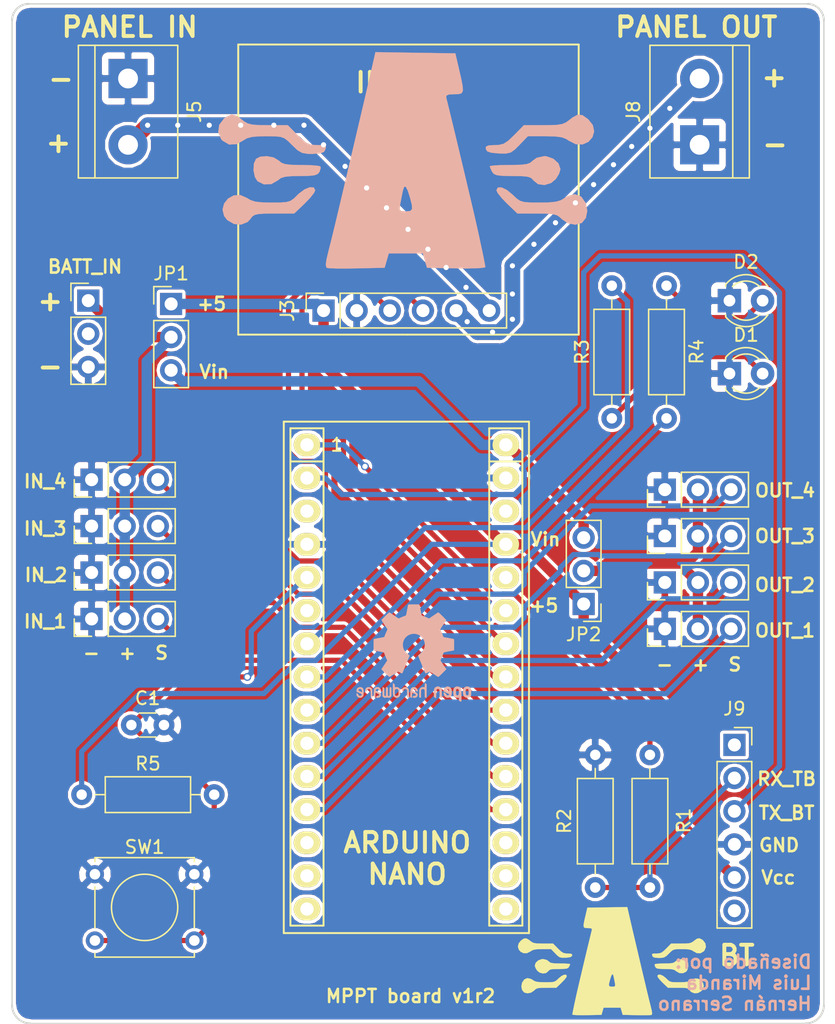
<source format=kicad_pcb>
(kicad_pcb (version 20171130) (host pcbnew "(5.0.0)")
  (title_block (date "jeu. 02 avril 2015"))
  (layers (0 F.Cu signal) (31 B.Cu signal) (34 B.Paste user) (35 F.Paste user) (36 B.SilkS user) (37 F.SilkS user) (38 B.Mask user) (39 F.Mask user) (44 Edge.Cuts user))
  (net 0 "")
  (net 1 GND)
  (net 2 +5V)
  (net 3 +3V3)
  (net 4 RX_BT)
  (net 5 TX_BT)
  (net 6 BTN_1)
  (net 7 LED_1)
  (net 8 LED_2)
  (net 9 PPM_OUT_4)
  (net 10 PPM_OUT_3)
  (net 11 PPM_OUT_2)
  (net 12 PPM_OUT_1)
  (net 13 "Net-(P1-Pad13)")
  (net 14 "Net-(P1-Pad14)")
  (net 15 "Net-(P1-Pad15)")
  (net 16 V_IN)
  (net 17 "Net-(P2-Pad5)")
  (net 18 "Net-(P2-Pad6)")
  (net 19 SCL)
  (net 20 SDA)
  (net 21 PPM_IN_4)
  (net 22 PPM_IN_3)
  (net 23 PPM_IN_2)
  (net 24 PPM_IN_1)
  (net 25 "Net-(P2-Pad13)")
  (net 26 "Net-(P2-Pad15)")
  (net 27 "Net-(D1-Pad2)")
  (net 28 "Net-(D2-Pad2)")
  (net 29 PWR_IN)
  (net 30 PANEL_IN)
  (net 31 PANEL_OUT)
  (net 32 "Net-(J9-Pad1)")
  (net 33 "Net-(J9-Pad2)")
  (net 34 "Net-(J9-Pad6)")
  (net 35 PWR_OUT)
  (net 36 "Net-(J4-Pad2)")
  (net 37 "Net-(P1-Pad6)")
  (net 38 "Net-(P1-Pad3)")
  (net 39 "Net-(P2-Pad3)")
  (module Socket_Arduino_Nano:Socket_Strip_Arduino_1x15 (layer F.Cu) (at 139.446 71.247 270)
    (fp_text reference P1)
    (fp_text value Conn_01x15_Female)
    (pad 1 thru_hole oval (at 0 0 270) (size 1.7272 2.032) (drill 1.016) (layers *.Cu *.Mask F.SilkS) (net 4 RX_BT))
    (pad 2 thru_hole oval (at 2.54 0 270) (size 1.7272 2.032) (drill 1.016) (layers *.Cu *.Mask F.SilkS) (net 5 TX_BT))
    (pad 3 thru_hole oval (at 5.08 0 270) (size 1.7272 2.032) (drill 1.016) (layers *.Cu *.Mask F.SilkS) (net 38 "Net-(P1-Pad3)"))
    (pad 4 thru_hole oval (at 7.62 0 270) (size 1.7272 2.032) (drill 1.016) (layers *.Cu *.Mask F.SilkS) (net 1 GND))
    (pad 5 thru_hole oval (at 10.16 0 270) (size 1.7272 2.032) (drill 1.016) (layers *.Cu *.Mask F.SilkS) (net 6 BTN_1))
    (pad 6 thru_hole oval (at 12.7 0 270) (size 1.7272 2.032) (drill 1.016) (layers *.Cu *.Mask F.SilkS) (net 37 "Net-(P1-Pad6)"))
    (pad 7 thru_hole oval (at 15.24 0 270) (size 1.7272 2.032) (drill 1.016) (layers *.Cu *.Mask F.SilkS) (net 7 LED_1))
    (pad 8 thru_hole oval (at 17.78 0 270) (size 1.7272 2.032) (drill 1.016) (layers *.Cu *.Mask F.SilkS) (net 8 LED_2))
    (pad 9 thru_hole oval (at 20.32 0 270) (size 1.7272 2.032) (drill 1.016) (layers *.Cu *.Mask F.SilkS) (net 9 PPM_OUT_4))
    (pad 10 thru_hole oval (at 22.86 0 270) (size 1.7272 2.032) (drill 1.016) (layers *.Cu *.Mask F.SilkS) (net 10 PPM_OUT_3))
    (pad 11 thru_hole oval (at 25.4 0 270) (size 1.7272 2.032) (drill 1.016) (layers *.Cu *.Mask F.SilkS) (net 11 PPM_OUT_2))
    (pad 12 thru_hole oval (at 27.94 0 270) (size 1.7272 2.032) (drill 1.016) (layers *.Cu *.Mask F.SilkS) (net 12 PPM_OUT_1))
    (pad 13 thru_hole oval (at 30.48 0 270) (size 1.7272 2.032) (drill 1.016) (layers *.Cu *.Mask F.SilkS) (net 13 "Net-(P1-Pad13)"))
    (pad 14 thru_hole oval (at 33.02 0 270) (size 1.7272 2.032) (drill 1.016) (layers *.Cu *.Mask F.SilkS) (net 14 "Net-(P1-Pad14)"))
    (pad 15 thru_hole oval (at 35.56 0 270) (size 1.7272 2.032) (drill 1.016) (layers *.Cu *.Mask F.SilkS) (net 15 "Net-(P1-Pad15)"))
  )
  (module Socket_Arduino_Nano:Socket_Strip_Arduino_1x15 (layer F.Cu) (at 154.686 71.247 270)
    (fp_text reference P2)
    (fp_text value Conn_01x15_Female)
    (pad 1 thru_hole oval (at 0 0 270) (size 1.7272 2.032) (drill 1.016) (layers *.Cu *.Mask F.SilkS) (net 16 V_IN))
    (pad 2 thru_hole oval (at 2.54 0 270) (size 1.7272 2.032) (drill 1.016) (layers *.Cu *.Mask F.SilkS) (net 1 GND))
    (pad 3 thru_hole oval (at 5.08 0 270) (size 1.7272 2.032) (drill 1.016) (layers *.Cu *.Mask F.SilkS) (net 39 "Net-(P2-Pad3)"))
    (pad 4 thru_hole oval (at 7.62 0 270) (size 1.7272 2.032) (drill 1.016) (layers *.Cu *.Mask F.SilkS) (net 2 +5V))
    (pad 5 thru_hole oval (at 10.16 0 270) (size 1.7272 2.032) (drill 1.016) (layers *.Cu *.Mask F.SilkS) (net 17 "Net-(P2-Pad5)"))
    (pad 6 thru_hole oval (at 12.7 0 270) (size 1.7272 2.032) (drill 1.016) (layers *.Cu *.Mask F.SilkS) (net 18 "Net-(P2-Pad6)"))
    (pad 7 thru_hole oval (at 15.24 0 270) (size 1.7272 2.032) (drill 1.016) (layers *.Cu *.Mask F.SilkS) (net 19 SCL))
    (pad 8 thru_hole oval (at 17.78 0 270) (size 1.7272 2.032) (drill 1.016) (layers *.Cu *.Mask F.SilkS) (net 20 SDA))
    (pad 9 thru_hole oval (at 20.32 0 270) (size 1.7272 2.032) (drill 1.016) (layers *.Cu *.Mask F.SilkS) (net 21 PPM_IN_4))
    (pad 10 thru_hole oval (at 22.86 0 270) (size 1.7272 2.032) (drill 1.016) (layers *.Cu *.Mask F.SilkS) (net 22 PPM_IN_3))
    (pad 11 thru_hole oval (at 25.4 0 270) (size 1.7272 2.032) (drill 1.016) (layers *.Cu *.Mask F.SilkS) (net 23 PPM_IN_2))
    (pad 12 thru_hole oval (at 27.94 0 270) (size 1.7272 2.032) (drill 1.016) (layers *.Cu *.Mask F.SilkS) (net 24 PPM_IN_1))
    (pad 13 thru_hole oval (at 30.48 0 270) (size 1.7272 2.032) (drill 1.016) (layers *.Cu *.Mask F.SilkS) (net 25 "Net-(P2-Pad13)"))
    (pad 14 thru_hole oval (at 33.02 0 270) (size 1.7272 2.032) (drill 1.016) (layers *.Cu *.Mask F.SilkS) (net 3 +3V3))
    (pad 15 thru_hole oval (at 35.56 0 270) (size 1.7272 2.032) (drill 1.016) (layers *.Cu *.Mask F.SilkS) (net 26 "Net-(P2-Pad15)"))
  )
  (module Capacitor_THT:C_Disc_D3.0mm_W1.6mm_P2.50mm (layer F.Cu) (at 125.984 92.71)
    (fp_text reference C1 (at 1.25 -2.05) (layer F.SilkS))
    (fp_text value 0.1uF)
    (pad 1 thru_hole circle (at 0 0) (size 1.6 1.6) (drill 0.8) (layers *.Cu *.Mask) (net 6 BTN_1))
    (pad 2 thru_hole circle (at 2.5 0) (size 1.6 1.6) (drill 0.8) (layers *.Cu *.Mask) (net 1 GND))
  )
  (module LED_THT:LED_D3.0mm (layer F.Cu) (at 171.831 65.786)
    (fp_text reference D1 (at 1.27 -2.96) (layer F.SilkS))
    (fp_text value LED)
    (pad 2 thru_hole circle (at 2.54 0) (size 1.8 1.8) (drill 0.9) (layers *.Cu *.Mask) (net 27 "Net-(D1-Pad2)"))
    (pad 1 thru_hole rect (at 0 0) (size 1.8 1.8) (drill 0.9) (layers *.Cu *.Mask) (net 1 GND))
  )
  (module LED_THT:LED_D3.0mm (layer F.Cu) (at 171.831 60.198)
    (fp_text reference D2 (at 1.27 -2.96) (layer F.SilkS))
    (fp_text value LED)
    (pad 1 thru_hole rect (at 0 0) (size 1.8 1.8) (drill 0.9) (layers *.Cu *.Mask) (net 1 GND))
    (pad 2 thru_hole circle (at 2.54 0) (size 1.8 1.8) (drill 0.9) (layers *.Cu *.Mask) (net 28 "Net-(D2-Pad2)"))
  )
  (module Connector_PinHeader_2.54mm:PinHeader_1x03_P2.54mm_Vertical (layer F.Cu) (at 122.936 84.582 90)
    (fp_text reference J1)
    (fp_text value Conn_01x03_Male)
    (pad 1 thru_hole rect (at 0 0 90) (size 1.7 1.7) (drill 1) (layers *.Cu *.Mask) (net 1 GND))
    (pad 2 thru_hole oval (at 0 2.54 90) (size 1.7 1.7) (drill 1) (layers *.Cu *.Mask) (net 29 PWR_IN))
    (pad 3 thru_hole oval (at 0 5.08 90) (size 1.7 1.7) (drill 1) (layers *.Cu *.Mask) (net 24 PPM_IN_1))
  )
  (module Connector_PinHeader_2.54mm:PinHeader_1x03_P2.54mm_Vertical (layer F.Cu) (at 122.936 77.47 90)
    (fp_text reference J2)
    (fp_text value Conn_01x03_Male)
    (pad 1 thru_hole rect (at 0 0 90) (size 1.7 1.7) (drill 1) (layers *.Cu *.Mask) (net 1 GND))
    (pad 2 thru_hole oval (at 0 2.54 90) (size 1.7 1.7) (drill 1) (layers *.Cu *.Mask) (net 29 PWR_IN))
    (pad 3 thru_hole oval (at 0 5.08 90) (size 1.7 1.7) (drill 1) (layers *.Cu *.Mask) (net 22 PPM_IN_3))
  )
  (module Connector_PinSocket_2.54mm:PinSocket_1x06_P2.54mm_Vertical (layer F.Cu) (at 140.716 60.96 90)
    (fp_text reference J3 (at 0 -2.77 90) (layer F.SilkS))
    (fp_text value Conn_01x06_Female)
    (pad 6 thru_hole oval (at 0 12.7 90) (size 1.7 1.7) (drill 1) (layers *.Cu *.Mask) (net 30 PANEL_IN))
    (pad 5 thru_hole oval (at 0 10.16 90) (size 1.7 1.7) (drill 1) (layers *.Cu *.Mask) (net 31 PANEL_OUT))
    (pad 4 thru_hole oval (at 0 7.62 90) (size 1.7 1.7) (drill 1) (layers *.Cu *.Mask) (net 20 SDA))
    (pad 3 thru_hole oval (at 0 5.08 90) (size 1.7 1.7) (drill 1) (layers *.Cu *.Mask) (net 19 SCL))
    (pad 2 thru_hole oval (at 0 2.54 90) (size 1.7 1.7) (drill 1) (layers *.Cu *.Mask) (net 1 GND))
    (pad 1 thru_hole rect (at 0 0 90) (size 1.7 1.7) (drill 1) (layers *.Cu *.Mask) (net 2 +5V))
  )
  (module TerminalBlock:TerminalBlock_bornier-2_P5.08mm (layer F.Cu) (at 125.73 43.18 270)
    (fp_text reference J5 (at 2.54 -5.08 270) (layer F.SilkS))
    (fp_text value Screw_Terminal_01x02)
    (pad 2 thru_hole circle (at 5.08 0 270) (size 3 3) (drill 1.52) (layers *.Cu *.Mask) (net 30 PANEL_IN))
    (pad 1 thru_hole rect (at 0 0 270) (size 3 3) (drill 1.52) (layers *.Cu *.Mask) (net 1 GND))
  )
  (module Connector_PinHeader_2.54mm:PinHeader_1x03_P2.54mm_Vertical (layer F.Cu) (at 122.936 81.026 90)
    (fp_text reference J6)
    (fp_text value Conn_01x03_Male)
    (pad 3 thru_hole oval (at 0 5.08 90) (size 1.7 1.7) (drill 1) (layers *.Cu *.Mask) (net 23 PPM_IN_2))
    (pad 2 thru_hole oval (at 0 2.54 90) (size 1.7 1.7) (drill 1) (layers *.Cu *.Mask) (net 29 PWR_IN))
    (pad 1 thru_hole rect (at 0 0 90) (size 1.7 1.7) (drill 1) (layers *.Cu *.Mask) (net 1 GND))
  )
  (module Connector_PinHeader_2.54mm:PinHeader_1x03_P2.54mm_Vertical (layer F.Cu) (at 122.936 73.914 90)
    (fp_text reference J7)
    (fp_text value Conn_01x03_Male)
    (pad 1 thru_hole rect (at 0 0 90) (size 1.7 1.7) (drill 1) (layers *.Cu *.Mask) (net 1 GND))
    (pad 2 thru_hole oval (at 0 2.54 90) (size 1.7 1.7) (drill 1) (layers *.Cu *.Mask) (net 29 PWR_IN))
    (pad 3 thru_hole oval (at 0 5.08 90) (size 1.7 1.7) (drill 1) (layers *.Cu *.Mask) (net 21 PPM_IN_4))
  )
  (module TerminalBlock:TerminalBlock_bornier-2_P5.08mm (layer F.Cu) (at 169.545 48.26 90)
    (fp_text reference J8 (at 2.54 -5.08 90) (layer F.SilkS))
    (fp_text value Screw_Terminal_01x02)
    (pad 1 thru_hole rect (at 0 0 90) (size 3 3) (drill 1.52) (layers *.Cu *.Mask) (net 1 GND))
    (pad 2 thru_hole circle (at 5.08 0 90) (size 3 3) (drill 1.52) (layers *.Cu *.Mask) (net 31 PANEL_OUT))
  )
  (module Connector_PinSocket_2.54mm:PinSocket_1x06_P2.54mm_Vertical (layer F.Cu) (at 172.212 94.234)
    (fp_text reference J9 (at 0 -2.77) (layer F.SilkS))
    (fp_text value Conn_01x06_Female)
    (pad 1 thru_hole rect (at 0 0) (size 1.7 1.7) (drill 1) (layers *.Cu *.Mask) (net 32 "Net-(J9-Pad1)"))
    (pad 2 thru_hole oval (at 0 2.54) (size 1.7 1.7) (drill 1) (layers *.Cu *.Mask) (net 33 "Net-(J9-Pad2)"))
    (pad 3 thru_hole oval (at 0 5.08) (size 1.7 1.7) (drill 1) (layers *.Cu *.Mask) (net 5 TX_BT))
    (pad 4 thru_hole oval (at 0 7.62) (size 1.7 1.7) (drill 1) (layers *.Cu *.Mask) (net 1 GND))
    (pad 5 thru_hole oval (at 0 10.16) (size 1.7 1.7) (drill 1) (layers *.Cu *.Mask) (net 2 +5V))
    (pad 6 thru_hole oval (at 0 12.7) (size 1.7 1.7) (drill 1) (layers *.Cu *.Mask) (net 34 "Net-(J9-Pad6)"))
  )
  (module Connector_PinHeader_2.54mm:PinHeader_1x03_P2.54mm_Vertical (layer F.Cu) (at 166.878 85.344 90)
    (fp_text reference J10)
    (fp_text value Conn_01x03_Male)
    (pad 3 thru_hole oval (at 0 5.08 90) (size 1.7 1.7) (drill 1) (layers *.Cu *.Mask) (net 12 PPM_OUT_1))
    (pad 2 thru_hole oval (at 0 2.54 90) (size 1.7 1.7) (drill 1) (layers *.Cu *.Mask) (net 35 PWR_OUT))
    (pad 1 thru_hole rect (at 0 0 90) (size 1.7 1.7) (drill 1) (layers *.Cu *.Mask) (net 1 GND))
  )
  (module Connector_PinHeader_2.54mm:PinHeader_1x03_P2.54mm_Vertical (layer F.Cu) (at 166.878 78.232 90)
    (fp_text reference J11)
    (fp_text value Conn_01x03_Male)
    (pad 1 thru_hole rect (at 0 0 90) (size 1.7 1.7) (drill 1) (layers *.Cu *.Mask) (net 1 GND))
    (pad 2 thru_hole oval (at 0 2.54 90) (size 1.7 1.7) (drill 1) (layers *.Cu *.Mask) (net 35 PWR_OUT))
    (pad 3 thru_hole oval (at 0 5.08 90) (size 1.7 1.7) (drill 1) (layers *.Cu *.Mask) (net 10 PPM_OUT_3))
  )
  (module Connector_PinHeader_2.54mm:PinHeader_1x03_P2.54mm_Vertical (layer F.Cu) (at 166.878 74.676 90)
    (fp_text reference J12)
    (fp_text value Conn_01x03_Male)
    (pad 1 thru_hole rect (at 0 0 90) (size 1.7 1.7) (drill 1) (layers *.Cu *.Mask) (net 1 GND))
    (pad 2 thru_hole oval (at 0 2.54 90) (size 1.7 1.7) (drill 1) (layers *.Cu *.Mask) (net 35 PWR_OUT))
    (pad 3 thru_hole oval (at 0 5.08 90) (size 1.7 1.7) (drill 1) (layers *.Cu *.Mask) (net 9 PPM_OUT_4))
  )
  (module Connector_PinHeader_2.54mm:PinHeader_1x03_P2.54mm_Vertical (layer F.Cu) (at 166.878 81.788 90)
    (fp_text reference J13)
    (fp_text value Conn_01x03_Male)
    (pad 3 thru_hole oval (at 0 5.08 90) (size 1.7 1.7) (drill 1) (layers *.Cu *.Mask) (net 11 PPM_OUT_2))
    (pad 2 thru_hole oval (at 0 2.54 90) (size 1.7 1.7) (drill 1) (layers *.Cu *.Mask) (net 35 PWR_OUT))
    (pad 1 thru_hole rect (at 0 0 90) (size 1.7 1.7) (drill 1) (layers *.Cu *.Mask) (net 1 GND))
  )
  (module Connector_PinHeader_2.54mm:PinHeader_1x03_P2.54mm_Vertical (layer F.Cu) (at 129.032 60.452)
    (fp_text reference JP1 (at 0 -2.33) (layer F.SilkS))
    (fp_text value Jumper_3_Open)
    (pad 3 thru_hole oval (at 0 5.08) (size 1.7 1.7) (drill 1) (layers *.Cu *.Mask) (net 16 V_IN))
    (pad 2 thru_hole oval (at 0 2.54) (size 1.7 1.7) (drill 1) (layers *.Cu *.Mask) (net 29 PWR_IN))
    (pad 1 thru_hole rect (at 0 0) (size 1.7 1.7) (drill 1) (layers *.Cu *.Mask) (net 2 +5V))
  )
  (module Resistor_THT:R_Axial_DIN0207_L6.3mm_D2.5mm_P10.16mm_Horizontal (layer F.Cu) (at 165.735 105.156 90)
    (fp_text reference R1 (at 5.1308 2.5908 90) (layer F.SilkS))
    (fp_text value 1K)
    (pad 2 thru_hole oval (at 10.16 0 90) (size 1.6 1.6) (drill 0.8) (layers *.Cu *.Mask) (net 4 RX_BT))
    (pad 1 thru_hole circle (at 0 0 90) (size 1.6 1.6) (drill 0.8) (layers *.Cu *.Mask) (net 33 "Net-(J9-Pad2)"))
  )
  (module Resistor_THT:R_Axial_DIN0207_L6.3mm_D2.5mm_P10.16mm_Horizontal (layer F.Cu) (at 161.544 105.156 90)
    (fp_text reference R2 (at 5.08 -2.37 90) (layer F.SilkS))
    (fp_text value 2K)
    (pad 1 thru_hole circle (at 0 0 90) (size 1.6 1.6) (drill 0.8) (layers *.Cu *.Mask) (net 33 "Net-(J9-Pad2)"))
    (pad 2 thru_hole oval (at 10.16 0 90) (size 1.6 1.6) (drill 0.8) (layers *.Cu *.Mask) (net 1 GND))
  )
  (module Resistor_THT:R_Axial_DIN0207_L6.3mm_D2.5mm_P10.16mm_Horizontal (layer F.Cu) (at 162.814 59.055 270)
    (fp_text reference R3 (at 5.08 2.286 270) (layer F.SilkS))
    (fp_text value 1K)
    (pad 2 thru_hole oval (at 10.16 0 270) (size 1.6 1.6) (drill 0.8) (layers *.Cu *.Mask) (net 27 "Net-(D1-Pad2)"))
    (pad 1 thru_hole circle (at 0 0 270) (size 1.6 1.6) (drill 0.8) (layers *.Cu *.Mask) (net 7 LED_1))
  )
  (module Resistor_THT:R_Axial_DIN0207_L6.3mm_D2.5mm_P10.16mm_Horizontal (layer F.Cu) (at 167.005 69.215 90)
    (fp_text reference R4 (at 5.1054 2.3114 90) (layer F.SilkS))
    (fp_text value 1K)
    (pad 1 thru_hole circle (at 0 0 90) (size 1.6 1.6) (drill 0.8) (layers *.Cu *.Mask) (net 8 LED_2))
    (pad 2 thru_hole oval (at 10.16 0 90) (size 1.6 1.6) (drill 0.8) (layers *.Cu *.Mask) (net 28 "Net-(D2-Pad2)"))
  )
  (module Resistor_THT:R_Axial_DIN0207_L6.3mm_D2.5mm_P10.16mm_Horizontal (layer F.Cu) (at 122.174 98.044)
    (fp_text reference R5 (at 5.08 -2.37) (layer F.SilkS))
    (fp_text value 10K)
    (pad 2 thru_hole oval (at 10.16 0) (size 1.6 1.6) (drill 0.8) (layers *.Cu *.Mask) (net 6 BTN_1))
    (pad 1 thru_hole circle (at 0 0) (size 1.6 1.6) (drill 0.8) (layers *.Cu *.Mask) (net 2 +5V))
  )
  (module Button_Switch_THT:SW_Tactile_Straight_KSA0Axx1LFTR (layer F.Cu) (at 123.19 104.14)
    (fp_text reference SW1 (at 3.81 -2.08) (layer F.SilkS))
    (fp_text value SW_Push)
    (pad 1 thru_hole circle (at 7.62 0) (size 1.397 1.397) (drill 0.8128) (layers *.Cu *.Mask) (net 1 GND))
    (pad 2 thru_hole circle (at 7.62 5.08) (size 1.397 1.397) (drill 0.8128) (layers *.Cu *.Mask) (net 6 BTN_1))
    (pad 1 thru_hole circle (at 0 0) (size 1.397 1.397) (drill 0.8128) (layers *.Cu *.Mask) (net 1 GND))
    (pad 2 thru_hole circle (at 0 5.08) (size 1.397 1.397) (drill 0.8128) (layers *.Cu *.Mask) (net 6 BTN_1))
  )
  (module Connector_PinHeader_2.54mm:PinHeader_1x03_P2.54mm_Vertical (layer F.Cu) (at 122.682 60.198)
    (fp_text reference J4)
    (fp_text value Conn_01x03_Male)
    (pad 1 thru_hole rect (at 0 0) (size 1.7 1.7) (drill 1) (layers *.Cu *.Mask) (net 29 PWR_IN))
    (pad 2 thru_hole oval (at 0 2.54) (size 1.7 1.7) (drill 1) (layers *.Cu *.Mask) (net 36 "Net-(J4-Pad2)"))
    (pad 3 thru_hole oval (at 0 5.08) (size 1.7 1.7) (drill 1) (layers *.Cu *.Mask) (net 1 GND))
  )
  (module Connector_PinHeader_2.54mm:PinHeader_1x03_P2.54mm_Vertical (layer F.Cu) (at 160.655 83.439 180)
    (fp_text reference JP2 (at 0 -2.33 180) (layer F.SilkS))
    (fp_text value Jumper_3_Open)
    (pad 1 thru_hole rect (at 0 0 180) (size 1.7 1.7) (drill 1) (layers *.Cu *.Mask) (net 2 +5V))
    (pad 2 thru_hole oval (at 0 2.54 180) (size 1.7 1.7) (drill 1) (layers *.Cu *.Mask) (net 35 PWR_OUT))
    (pad 3 thru_hole oval (at 0 5.08 180) (size 1.7 1.7) (drill 1) (layers *.Cu *.Mask) (net 16 V_IN))
  )
  (module Symbol:OSHW-Logo2_9.8x8mm_SilkScreen (layer B.Cu) (at 147.6375 87.1855 180)
    (fp_text reference REF** hide)
    (fp_text value OSHW-Logo2_9.8x8mm_SilkScreen hide)
  )
  (module "Logos:AI 17x10mm" (layer F.Cu) (at 163.2585 110.8075)
    (fp_text reference G*** hide)
    (fp_text value LOGO hide)
  )
  (module "Logos:AI 34x20mm" (layer B.Cu) (at 146.177 49.4665 180)
    (fp_text reference G*** hide)
    (fp_text value LOGO hide)
  )
  (gr_text - (at 175.3235 48.1965) (layer F.SilkS) (effects (font (size 1.5 1.5) (thickness 0.3))))
  (gr_text + (at 175.26 43.053) (layer F.SilkS) (effects (font (size 1.5 1.5) (thickness 0.3))))
  (gr_line (start 118.11 37.465) (end 177.8 37.465) (layer Edge.Cuts) (width 0.1))
  (gr_line (start 116.84 114.173) (end 116.84 38.735) (layer Edge.Cuts) (width 0.1))
  (gr_line (start 177.673 115.57) (end 118.237 115.57) (layer Edge.Cuts) (width 0.1))
  (gr_line (start 179.07 114.173) (end 179.07 38.735) (layer Edge.Cuts) (width 0.1))
  (gr_arc (start 177.673 114.173) (end 177.673 115.57) (angle -90) (layer Edge.Cuts) (width 0.15))
  (gr_arc (start 118.237 114.173) (end 116.84 114.173) (angle -90) (layer Edge.Cuts) (width 0.15))
  (gr_arc (start 177.8 38.735) (end 179.07 38.735) (angle -90) (layer Edge.Cuts) (width 0.15))
  (gr_arc (start 118.11 38.735) (end 118.11 37.465) (angle -90) (layer Edge.Cuts) (width 0.15))
  (gr_text "Diseñado por:\nLuis Miranda\nHernán Serrano" (at 178.2445 112.4585) (layer B.SilkS) (effects (font (size 1 1) (thickness 0.2)) (justify left mirror)))
  (gr_text "MPPT board v1r2" (at 147.3835 113.4745) (layer F.SilkS) (effects (font (size 1 1) (thickness 0.2))))
  (gr_text "ARDUINO\nNANO" (at 147.1295 102.9335) (layer F.SilkS) (effects (font (size 1.5 1.5) (thickness 0.3))))
  (gr_line (start 137.668 108.6485) (end 137.668 69.469) (layer F.SilkS) (width 0.15))
  (gr_line (start 156.464 108.6485) (end 137.668 108.6485) (layer F.SilkS) (width 0.15))
  (gr_line (start 156.464 69.469) (end 156.464 108.6485) (layer F.SilkS) (width 0.15))
  (gr_line (start 137.668 69.469) (end 156.464 69.469) (layer F.SilkS) (width 0.15))
  (gr_text +5 (at 157.607 83.566) (layer F.SilkS) (effects (font (size 1 1) (thickness 0.2))))
  (gr_text Vin (at 157.734 78.486) (layer F.SilkS) (effects (font (size 1 1) (thickness 0.2))))
  (gr_text Vin (at 132.334 65.659) (layer F.SilkS) (effects (font (size 1 1) (thickness 0.2))))
  (gr_text +5 (at 132.1435 60.452) (layer F.SilkS) (effects (font (size 1 1) (thickness 0.2))))
  (gr_text - (at 119.761 65.2145) (layer F.SilkS) (effects (font (size 1.5 1.5) (thickness 0.3))))
  (gr_text + (at 119.761 60.198) (layer F.SilkS) (effects (font (size 1.5 1.5) (thickness 0.3))))
  (gr_text BATT_IN (at 122.428 57.5945) (layer F.SilkS) (effects (font (size 1 1) (thickness 0.2))))
  (gr_text RX_TB (at 176.2125 96.8375) (layer F.SilkS) (effects (font (size 1 1) (thickness 0.2))))
  (gr_text TX_BT (at 176.2125 99.441) (layer F.SilkS) (effects (font (size 1 1) (thickness 0.2))))
  (gr_text GND (at 175.641 101.9175) (layer F.SilkS) (effects (font (size 1 1) (thickness 0.2))))
  (gr_text Vcc (at 175.5775 104.394) (layer F.SilkS) (effects (font (size 1 1) (thickness 0.2))))
  (gr_text BT (at 172.4025 110.363) (layer F.SilkS) (effects (font (size 1.5 1.5) (thickness 0.3))))
  (gr_text OUT_1 (at 176.0855 85.471) (layer F.SilkS) (effects (font (size 1 1) (thickness 0.2))))
  (gr_text OUT_2 (at 176.0855 81.9785) (layer F.SilkS) (effects (font (size 1 1) (thickness 0.2))))
  (gr_text OUT_3 (at 176.0855 78.232) (layer F.SilkS) (effects (font (size 1 1) (thickness 0.2))))
  (gr_text OUT_4 (at 176.0855 74.7395) (layer F.SilkS) (effects (font (size 1 1) (thickness 0.2))))
  (gr_text "-  +  S" (at 169.4815 88.0745) (layer F.SilkS) (effects (font (size 1 1) (thickness 0.2))))
  (gr_text "-  +  S" (at 125.5395 87.1855) (layer F.SilkS) (effects (font (size 1 1) (thickness 0.2))))
  (gr_text IN_4 (at 119.38 74.041) (layer F.SilkS) (effects (font (size 1 1) (thickness 0.2))))
  (gr_text IN_3 (at 119.38 77.6605) (layer F.SilkS) (effects (font (size 1 1) (thickness 0.2))))
  (gr_text IN_2 (at 119.4435 81.2165) (layer F.SilkS) (effects (font (size 1 1) (thickness 0.2))))
  (gr_text IN_1 (at 119.38 84.7725) (layer F.SilkS) (effects (font (size 1 1) (thickness 0.2))))
  (gr_text - (at 120.5865 43.18) (layer F.SilkS) (effects (font (size 1.5 1.5) (thickness 0.3))))
  (gr_text + (at 120.396 48.0695) (layer F.SilkS) (effects (font (size 1.5 1.5) (thickness 0.3))))
  (gr_text "PANEL OUT" (at 169.291 39.243) (layer F.SilkS) (effects (font (size 1.5 1.5) (thickness 0.3))))
  (gr_text "PANEL IN" (at 125.857 39.243) (layer F.SilkS) (effects (font (size 1.5 1.5) (thickness 0.3))))
  (gr_text INA219 (at 147.1295 43.4975) (layer F.SilkS) (effects (font (size 1.5 1.5) (thickness 0.3))))
  (gr_line (start 160.274 62.8015) (end 147.1295 62.8015) (layer F.SilkS) (width 0.15))
  (gr_line (start 160.274 40.5765) (end 160.274 62.8015) (layer F.SilkS) (width 0.15))
  (gr_line (start 134.1755 40.5765) (end 160.274 40.5765) (layer F.SilkS) (width 0.15))
  (gr_line (start 134.1755 62.8015) (end 134.1755 40.5765) (layer F.SilkS) (width 0.15))
  (gr_line (start 147.1295 62.8015) (end 134.1755 62.8015) (layer F.SilkS) (width 0.15))
  (gr_text 1 (at 141.732 71.247) (layer F.SilkS) (effects (font (size 1 1))))
  (segment (start 140.208 60.452) (end 140.716 60.96) (width 0.8) (layer F.Cu) (net 2))
  (segment (start 154.5336 78.867) (end 154.686 78.867) (width 0.8) (layer F.Cu) (net 2))
  (segment (start 140.716 65.0494) (end 154.5336 78.867) (width 0.8) (layer F.Cu) (net 2))
  (segment (start 140.716 60.96) (end 140.716 65.0494) (width 0.8) (layer F.Cu) (net 2))
  (segment (start 122.174 96.91263) (end 122.174 98.044) (width 0.4) (layer B.Cu) (net 2))
  (segment (start 122.174 94.743998) (end 122.174 96.91263) (width 0.4) (layer B.Cu) (net 2))
  (segment (start 126.620998 90.297) (end 122.174 94.743998) (width 0.4) (layer B.Cu) (net 2))
  (segment (start 136.144 90.297) (end 126.620998 90.297) (width 0.4) (layer B.Cu) (net 2))
  (segment (start 149.018194 78.867) (end 140.121804 87.76339) (width 0.4) (layer B.Cu) (net 2))
  (segment (start 154.686 78.867) (end 149.018194 78.867) (width 0.4) (layer B.Cu) (net 2))
  (segment (start 140.121804 87.76339) (end 138.770196 87.76339) (width 0.4) (layer B.Cu) (net 2))
  (segment (start 137.760586 88.773) (end 137.668 88.773) (width 0.4) (layer B.Cu) (net 2))
  (segment (start 138.770196 87.76339) (end 137.760586 88.773) (width 0.4) (layer B.Cu) (net 2))
  (segment (start 137.668 88.773) (end 136.144 90.297) (width 0.4) (layer B.Cu) (net 2))
  (segment (start 140.208 60.452) (end 140.716 60.96) (width 0.8) (layer B.Cu) (net 2))
  (segment (start 129.032 60.452) (end 140.208 60.452) (width 0.8) (layer B.Cu) (net 2))
  (segment (start 156.083 78.867) (end 160.655 83.439) (width 0.8) (layer F.Cu) (net 2))
  (segment (start 154.686 78.867) (end 156.083 78.867) (width 0.8) (layer F.Cu) (net 2))
  (segment (start 160.655 85.089) (end 168.349999 92.783999) (width 0.8) (layer F.Cu) (net 2))
  (segment (start 160.655 83.439) (end 160.655 85.089) (width 0.8) (layer F.Cu) (net 2))
  (segment (start 168.349999 100.531999) (end 172.212 104.394) (width 0.8) (layer F.Cu) (net 2))
  (segment (start 168.349999 92.783999) (end 168.349999 100.531999) (width 0.8) (layer F.Cu) (net 2))
  (via (at 143.891 72.898) (size 0.6) (drill 0.4) (layers F.Cu B.Cu) (net 4))
  (segment (start 153.67639 82.68339) (end 143.891 72.898) (width 0.4) (layer F.Cu) (net 4))
  (segment (start 155.361804 82.68339) (end 153.67639 82.68339) (width 0.4) (layer F.Cu) (net 4))
  (segment (start 165.735 94.996) (end 165.735 93.056586) (width 0.4) (layer F.Cu) (net 4))
  (segment (start 165.735 93.056586) (end 155.361804 82.68339) (width 0.4) (layer F.Cu) (net 4))
  (segment (start 142.24 71.247) (end 139.446 71.247) (width 0.4) (layer B.Cu) (net 4))
  (segment (start 143.891 72.898) (end 142.24 71.247) (width 0.4) (layer B.Cu) (net 4))
  (segment (start 173.061999 98.464001) (end 172.212 99.314) (width 0.4) (layer B.Cu) (net 5))
  (segment (start 154.010196 75.05061) (end 155.361804 75.05061) (width 0.4) (layer B.Cu) (net 5))
  (segment (start 160.655 68.326) (end 160.655 58.039) (width 0.4) (layer B.Cu) (net 5))
  (segment (start 153.970293 75.010707) (end 154.010196 75.05061) (width 0.4) (layer B.Cu) (net 5))
  (segment (start 155.909707 73.071293) (end 160.655 68.326) (width 0.4) (layer B.Cu) (net 5))
  (segment (start 153.93039 75.05061) (end 153.970293 75.010707) (width 0.4) (layer B.Cu) (net 5))
  (segment (start 175.671001 95.854999) (end 173.061999 98.464001) (width 0.4) (layer B.Cu) (net 5))
  (segment (start 142.12561 75.05061) (end 153.93039 75.05061) (width 0.4) (layer B.Cu) (net 5))
  (segment (start 161.925 56.769) (end 172.866002 56.769) (width 0.4) (layer B.Cu) (net 5))
  (segment (start 140.862 73.787) (end 142.12561 75.05061) (width 0.4) (layer B.Cu) (net 5))
  (segment (start 175.671001 59.573999) (end 175.671001 95.854999) (width 0.4) (layer B.Cu) (net 5))
  (segment (start 155.361804 75.05061) (end 156.10201 74.310404) (width 0.4) (layer B.Cu) (net 5))
  (segment (start 156.10201 73.263596) (end 155.909707 73.071293) (width 0.4) (layer B.Cu) (net 5))
  (segment (start 156.10201 74.310404) (end 156.10201 73.263596) (width 0.4) (layer B.Cu) (net 5))
  (segment (start 160.655 58.039) (end 161.925 56.769) (width 0.4) (layer B.Cu) (net 5))
  (segment (start 139.446 73.787) (end 140.862 73.787) (width 0.4) (layer B.Cu) (net 5))
  (segment (start 172.866002 56.769) (end 175.671001 59.573999) (width 0.4) (layer B.Cu) (net 5))
  (segment (start 126.783999 93.509999) (end 125.984 92.71) (width 0.4) (layer F.Cu) (net 6))
  (segment (start 130.518001 97.244001) (end 126.783999 93.509999) (width 0.4) (layer F.Cu) (net 6))
  (segment (start 131.534001 97.244001) (end 130.518001 97.244001) (width 0.4) (layer F.Cu) (net 6))
  (segment (start 132.334 98.044) (end 131.534001 97.244001) (width 0.4) (layer F.Cu) (net 6))
  (via (at 134.874 89.027) (size 0.6) (drill 0.4) (layers F.Cu B.Cu) (net 6))
  (segment (start 125.984 92.71) (end 129.667 89.027) (width 0.4) (layer F.Cu) (net 6))
  (segment (start 129.667 89.027) (end 134.874 89.027) (width 0.4) (layer F.Cu) (net 6))
  (segment (start 139.2936 81.407) (end 139.446 81.407) (width 0.4) (layer B.Cu) (net 6))
  (segment (start 135.173999 85.526601) (end 139.2936 81.407) (width 0.4) (layer B.Cu) (net 6))
  (segment (start 135.173999 88.727001) (end 135.173999 85.526601) (width 0.4) (layer B.Cu) (net 6))
  (segment (start 134.874 89.027) (end 135.173999 88.727001) (width 0.4) (layer B.Cu) (net 6))
  (segment (start 123.19 109.22) (end 130.81 109.22) (width 0.4) (layer F.Cu) (net 6))
  (segment (start 132.334 107.696) (end 130.81 109.22) (width 0.4) (layer F.Cu) (net 6))
  (segment (start 132.334 98.044) (end 132.334 107.696) (width 0.4) (layer F.Cu) (net 6))
  (segment (start 163.613999 59.854999) (end 162.814 59.055) (width 0.4) (layer B.Cu) (net 7))
  (segment (start 164.014001 60.255001) (end 163.613999 59.854999) (width 0.4) (layer B.Cu) (net 7))
  (segment (start 156.214392 77.59061) (end 164.014001 69.791001) (width 0.4) (layer B.Cu) (net 7))
  (segment (start 148.49479 77.59061) (end 156.214392 77.59061) (width 0.4) (layer B.Cu) (net 7))
  (segment (start 139.5984 86.487) (end 148.49479 77.59061) (width 0.4) (layer B.Cu) (net 7))
  (segment (start 164.014001 69.791001) (end 164.014001 60.255001) (width 0.4) (layer B.Cu) (net 7))
  (segment (start 139.446 86.487) (end 139.5984 86.487) (width 0.4) (layer B.Cu) (net 7))
  (segment (start 166.205001 70.014999) (end 167.005 69.215) (width 0.4) (layer B.Cu) (net 8))
  (segment (start 156.08939 80.13061) (end 166.205001 70.014999) (width 0.4) (layer B.Cu) (net 8))
  (segment (start 149.75839 80.13061) (end 156.08939 80.13061) (width 0.4) (layer B.Cu) (net 8))
  (segment (start 140.862 89.027) (end 149.75839 80.13061) (width 0.4) (layer B.Cu) (net 8))
  (segment (start 139.446 89.027) (end 140.862 89.027) (width 0.4) (layer B.Cu) (net 8))
  (segment (start 170.707999 75.926001) (end 171.958 74.676) (width 0.4) (layer B.Cu) (net 9))
  (segment (start 161.182999 75.926001) (end 170.707999 75.926001) (width 0.4) (layer B.Cu) (net 9))
  (segment (start 156.10201 81.930404) (end 156.10201 81.00699) (width 0.4) (layer B.Cu) (net 9))
  (segment (start 140.589 91.567) (end 149.47261 82.68339) (width 0.4) (layer B.Cu) (net 9))
  (segment (start 139.446 91.567) (end 140.589 91.567) (width 0.4) (layer B.Cu) (net 9))
  (segment (start 149.47261 82.68339) (end 154.42561 82.68339) (width 0.4) (layer B.Cu) (net 9))
  (segment (start 154.42561 82.68339) (end 154.43839 82.67061) (width 0.4) (layer B.Cu) (net 9))
  (segment (start 154.43839 82.67061) (end 155.361804 82.67061) (width 0.4) (layer B.Cu) (net 9))
  (segment (start 156.10201 81.00699) (end 161.182999 75.926001) (width 0.4) (layer B.Cu) (net 9))
  (segment (start 155.361804 82.67061) (end 156.10201 81.930404) (width 0.4) (layer B.Cu) (net 9))
  (segment (start 170.434 79.756) (end 171.958 78.232) (width 0.4) (layer B.Cu) (net 10))
  (segment (start 161.925 79.756) (end 170.434 79.756) (width 0.4) (layer B.Cu) (net 10))
  (segment (start 161.817999 79.648999) (end 161.925 79.756) (width 0.4) (layer B.Cu) (net 10))
  (segment (start 158.877 80.899) (end 158.877 80.645) (width 0.4) (layer B.Cu) (net 10))
  (segment (start 140.589 94.107) (end 149.47261 85.22339) (width 0.4) (layer B.Cu) (net 10))
  (segment (start 159.873001 79.648999) (end 161.817999 79.648999) (width 0.4) (layer B.Cu) (net 10))
  (segment (start 156.10201 83.67399) (end 158.877 80.899) (width 0.4) (layer B.Cu) (net 10))
  (segment (start 139.446 94.107) (end 140.589 94.107) (width 0.4) (layer B.Cu) (net 10))
  (segment (start 149.47261 85.22339) (end 154.55261 85.22339) (width 0.4) (layer B.Cu) (net 10))
  (segment (start 154.55261 85.22339) (end 154.56539 85.21061) (width 0.4) (layer B.Cu) (net 10))
  (segment (start 158.877 80.645) (end 159.873001 79.648999) (width 0.4) (layer B.Cu) (net 10))
  (segment (start 154.56539 85.21061) (end 155.361804 85.21061) (width 0.4) (layer B.Cu) (net 10))
  (segment (start 156.10201 84.470404) (end 156.10201 83.67399) (width 0.4) (layer B.Cu) (net 10))
  (segment (start 155.361804 85.21061) (end 156.10201 84.470404) (width 0.4) (layer B.Cu) (net 10))
  (segment (start 171.108001 82.637999) (end 171.958 81.788) (width 0.4) (layer B.Cu) (net 11))
  (segment (start 139.446 96.647) (end 140.589 96.647) (width 0.4) (layer B.Cu) (net 11))
  (segment (start 140.589 96.647) (end 149.47261 87.76339) (width 0.4) (layer B.Cu) (net 11))
  (segment (start 149.47261 87.76339) (end 162.038608 87.76339) (width 0.4) (layer B.Cu) (net 11))
  (segment (start 162.038608 87.76339) (end 166.763997 83.038001) (width 0.4) (layer B.Cu) (net 11))
  (segment (start 166.763997 83.038001) (end 170.707999 83.038001) (width 0.4) (layer B.Cu) (net 11))
  (segment (start 170.707999 83.038001) (end 171.108001 82.637999) (width 0.4) (layer B.Cu) (net 11))
  (segment (start 166.99861 90.30339) (end 171.958 85.344) (width 0.4) (layer B.Cu) (net 12))
  (segment (start 149.59961 90.30339) (end 166.99861 90.30339) (width 0.4) (layer B.Cu) (net 12))
  (segment (start 139.446 99.187) (end 140.716 99.187) (width 0.4) (layer B.Cu) (net 12))
  (segment (start 140.716 99.187) (end 149.59961 90.30339) (width 0.4) (layer B.Cu) (net 12))
  (segment (start 152.87 71.247) (end 154.686 71.247) (width 0.8) (layer B.Cu) (net 16))
  (segment (start 148.004999 66.381999) (end 152.87 71.247) (width 0.8) (layer B.Cu) (net 16))
  (segment (start 129.881999 66.381999) (end 148.004999 66.381999) (width 0.8) (layer B.Cu) (net 16))
  (segment (start 129.032 65.532) (end 129.881999 66.381999) (width 0.8) (layer B.Cu) (net 16))
  (segment (start 160.655 77.156919) (end 160.655 78.359) (width 0.8) (layer F.Cu) (net 16))
  (segment (start 160.655 77.0636) (end 160.655 77.156919) (width 0.8) (layer F.Cu) (net 16))
  (segment (start 154.8384 71.247) (end 160.655 77.0636) (width 0.8) (layer F.Cu) (net 16))
  (segment (start 154.686 71.247) (end 154.8384 71.247) (width 0.8) (layer F.Cu) (net 16))
  (segment (start 143.764 58.928) (end 145.796 60.96) (width 0.4) (layer F.Cu) (net 19))
  (segment (start 154.5336 86.487) (end 142.24 74.1934) (width 0.4) (layer F.Cu) (net 19))
  (segment (start 154.686 86.487) (end 154.5336 86.487) (width 0.4) (layer F.Cu) (net 19))
  (segment (start 140.327998 58.928) (end 143.764 58.928) (width 0.4) (layer F.Cu) (net 19))
  (segment (start 142.24 70.866) (end 139.065 67.691) (width 0.4) (layer F.Cu) (net 19))
  (segment (start 139.065 67.691) (end 139.065 60.190998) (width 0.4) (layer F.Cu) (net 19))
  (segment (start 142.24 74.1934) (end 142.24 70.866) (width 0.4) (layer F.Cu) (net 19))
  (segment (start 139.065 60.190998) (end 140.327998 58.928) (width 0.4) (layer F.Cu) (net 19))
  (segment (start 147.486001 60.110001) (end 148.336 60.96) (width 0.4) (layer F.Cu) (net 20))
  (segment (start 140.079466 58.327989) (end 145.703989 58.327989) (width 0.4) (layer F.Cu) (net 20))
  (segment (start 145.703989 58.327989) (end 147.486001 60.110001) (width 0.4) (layer F.Cu) (net 20))
  (segment (start 138.02999 60.377465) (end 140.079466 58.327989) (width 0.4) (layer F.Cu) (net 20))
  (segment (start 153.797 89.027) (end 140.86201 76.09201) (width 0.4) (layer F.Cu) (net 20))
  (segment (start 154.686 89.027) (end 153.797 89.027) (width 0.4) (layer F.Cu) (net 20))
  (segment (start 140.86201 76.09201) (end 140.86201 73.263596) (width 0.4) (layer F.Cu) (net 20))
  (segment (start 138.02999 71.770404) (end 138.02999 60.377465) (width 0.4) (layer F.Cu) (net 20))
  (segment (start 140.86201 73.263596) (end 140.109024 72.51061) (width 0.4) (layer F.Cu) (net 20))
  (segment (start 140.109024 72.51061) (end 138.770196 72.51061) (width 0.4) (layer F.Cu) (net 20))
  (segment (start 138.770196 72.51061) (end 138.02999 71.770404) (width 0.4) (layer F.Cu) (net 20))
  (segment (start 133.803587 75.164001) (end 138.782976 80.14339) (width 0.4) (layer F.Cu) (net 21))
  (segment (start 153.289 91.567) (end 154.686 91.567) (width 0.4) (layer F.Cu) (net 21))
  (segment (start 141.86539 80.14339) (end 153.289 91.567) (width 0.4) (layer F.Cu) (net 21))
  (segment (start 138.782976 80.14339) (end 141.86539 80.14339) (width 0.4) (layer F.Cu) (net 21))
  (segment (start 129.266001 75.164001) (end 128.016 73.914) (width 0.4) (layer F.Cu) (net 21))
  (segment (start 133.803587 75.164001) (end 129.266001 75.164001) (width 0.4) (layer F.Cu) (net 21))
  (segment (start 153.67 94.107) (end 154.686 94.107) (width 0.4) (layer F.Cu) (net 22))
  (segment (start 142.24639 82.68339) (end 153.67 94.107) (width 0.4) (layer F.Cu) (net 22))
  (segment (start 138.782976 82.68339) (end 142.24639 82.68339) (width 0.4) (layer F.Cu) (net 22))
  (segment (start 135.875585 79.775999) (end 138.782976 82.68339) (width 0.4) (layer F.Cu) (net 22))
  (segment (start 130.321999 79.775999) (end 128.016 77.47) (width 0.4) (layer F.Cu) (net 22))
  (segment (start 135.875585 79.775999) (end 130.321999 79.775999) (width 0.4) (layer F.Cu) (net 22))
  (segment (start 125.476 81.026) (end 125.476 81.915) (width 0.4) (layer F.Cu) (net 29))
  (segment (start 153.67 96.647) (end 154.686 96.647) (width 0.4) (layer F.Cu) (net 23))
  (segment (start 136.891585 83.331999) (end 138.782976 85.22339) (width 0.4) (layer F.Cu) (net 23))
  (segment (start 138.782976 85.22339) (end 142.24639 85.22339) (width 0.4) (layer F.Cu) (net 23))
  (segment (start 142.24639 85.22339) (end 153.67 96.647) (width 0.4) (layer F.Cu) (net 23))
  (segment (start 130.321999 83.331999) (end 128.016 81.026) (width 0.4) (layer F.Cu) (net 23))
  (segment (start 136.891585 83.331999) (end 130.321999 83.331999) (width 0.4) (layer F.Cu) (net 23))
  (segment (start 153.543 99.187) (end 154.686 99.187) (width 0.4) (layer F.Cu) (net 24))
  (segment (start 142.10661 87.75061) (end 153.543 99.187) (width 0.4) (layer F.Cu) (net 24))
  (segment (start 131.18461 87.75061) (end 128.016 84.582) (width 0.4) (layer F.Cu) (net 24))
  (segment (start 142.10661 87.75061) (end 131.18461 87.75061) (width 0.4) (layer F.Cu) (net 24))
  (segment (start 163.613999 68.415001) (end 162.814 69.215) (width 0.4) (layer F.Cu) (net 27))
  (segment (start 167.543001 64.485999) (end 163.613999 68.415001) (width 0.4) (layer F.Cu) (net 27))
  (segment (start 173.070999 64.485999) (end 167.543001 64.485999) (width 0.4) (layer F.Cu) (net 27))
  (segment (start 174.371 65.786) (end 173.070999 64.485999) (width 0.4) (layer F.Cu) (net 27))
  (segment (start 167.804999 59.854999) (end 167.005 59.055) (width 0.4) (layer F.Cu) (net 28))
  (segment (start 169.448001 61.498001) (end 167.804999 59.854999) (width 0.4) (layer F.Cu) (net 28))
  (segment (start 173.070999 61.498001) (end 169.448001 61.498001) (width 0.4) (layer F.Cu) (net 28))
  (segment (start 174.371 60.198) (end 173.070999 61.498001) (width 0.4) (layer F.Cu) (net 28))
  (segment (start 125.476 62.992) (end 129.032 62.992) (width 0.8) (layer F.Cu) (net 29))
  (segment (start 122.682 60.198) (end 125.476 62.992) (width 0.8) (layer F.Cu) (net 29))
  (segment (start 127.166001 72.223999) (end 125.476 73.914) (width 0.8) (layer B.Cu) (net 29))
  (segment (start 129.032 62.992) (end 127.166001 64.857999) (width 0.8) (layer B.Cu) (net 29))
  (segment (start 127.166001 64.857999) (end 127.166001 72.223999) (width 0.8) (layer B.Cu) (net 29))
  (segment (start 125.476 73.914) (end 125.476 77.47) (width 0.8) (layer B.Cu) (net 29))
  (segment (start 125.476 77.47) (end 125.476 81.026) (width 0.8) (layer B.Cu) (net 29))
  (segment (start 125.476 81.026) (end 125.476 84.582) (width 0.8) (layer B.Cu) (net 29))
  (segment (start 127.229999 46.760001) (end 127.229999 46.760001) (width 1.2) (layer B.Cu) (net 30))
  (segment (start 139.216001 46.760001) (end 140.716 48.26) (width 1.2) (layer B.Cu) (net 30))
  (segment (start 151.638 59.182) (end 153.416 60.96) (width 1.2) (layer B.Cu) (net 30))
  (via (at 151.638 59.182) (size 0.6) (drill 0.4) (layers F.Cu B.Cu) (net 30))
  (segment (start 150.114 57.658) (end 151.638 59.182) (width 1.2) (layer B.Cu) (net 30))
  (via (at 150.114 57.658) (size 0.6) (drill 0.4) (layers F.Cu B.Cu) (net 30))
  (segment (start 148.717 56.261) (end 150.114 57.658) (width 1.2) (layer B.Cu) (net 30))
  (via (at 148.717 56.261) (size 0.6) (drill 0.4) (layers F.Cu B.Cu) (net 30))
  (segment (start 147.193 54.737) (end 148.717 56.261) (width 1.2) (layer B.Cu) (net 30))
  (via (at 147.193 54.737) (size 0.6) (drill 0.4) (layers F.Cu B.Cu) (net 30))
  (segment (start 145.542 53.086) (end 147.193 54.737) (width 1.2) (layer B.Cu) (net 30))
  (via (at 145.542 53.086) (size 0.6) (drill 0.4) (layers F.Cu B.Cu) (net 30))
  (segment (start 144.018 51.562) (end 145.542 53.086) (width 1.2) (layer B.Cu) (net 30))
  (via (at 144.018 51.562) (size 0.6) (drill 0.4) (layers F.Cu B.Cu) (net 30))
  (segment (start 142.367 49.911) (end 144.018 51.562) (width 1.2) (layer B.Cu) (net 30))
  (via (at 142.367 49.911) (size 0.6) (drill 0.4) (layers F.Cu B.Cu) (net 30))
  (segment (start 140.716 48.26) (end 142.367 49.911) (width 1.2) (layer B.Cu) (net 30))
  (via (at 140.716 48.26) (size 0.6) (drill 0.4) (layers F.Cu B.Cu) (net 30))
  (segment (start 139.216001 46.760001) (end 139.216001 46.760001) (width 1.2) (layer B.Cu) (net 30))
  (via (at 139.216001 46.760001) (size 0.6) (drill 0.4) (layers F.Cu B.Cu) (net 30))
  (segment (start 136.906 46.760001) (end 139.216001 46.760001) (width 1.2) (layer B.Cu) (net 30))
  (via (at 136.906 46.760001) (size 0.6) (drill 0.4) (layers F.Cu B.Cu) (net 30))
  (segment (start 134.366 46.760001) (end 136.906 46.760001) (width 1.2) (layer B.Cu) (net 30))
  (via (at 134.366 46.760001) (size 0.6) (drill 0.4) (layers F.Cu B.Cu) (net 30))
  (segment (start 131.953 46.760001) (end 134.366 46.760001) (width 1.2) (layer B.Cu) (net 30))
  (via (at 131.953 46.760001) (size 0.6) (drill 0.4) (layers F.Cu B.Cu) (net 30))
  (segment (start 129.54 46.760001) (end 131.953 46.760001) (width 1.2) (layer B.Cu) (net 30))
  (via (at 129.54 46.760001) (size 0.6) (drill 0.4) (layers F.Cu B.Cu) (net 30))
  (segment (start 127.229999 46.760001) (end 129.54 46.760001) (width 1.2) (layer B.Cu) (net 30))
  (via (at 127.229999 46.760001) (size 0.6) (drill 0.4) (layers F.Cu B.Cu) (net 30))
  (segment (start 125.73 48.26) (end 127.229999 46.760001) (width 1.2) (layer F.Cu) (net 30))
  (segment (start 139.216001 46.760001) (end 144.018 51.562) (width 1.2) (layer F.Cu) (net 30))
  (segment (start 127.229999 46.760001) (end 139.216001 46.760001) (width 1.2) (layer F.Cu) (net 30))
  (segment (start 144.018 51.562) (end 153.416 60.96) (width 1.2) (layer F.Cu) (net 30))
  (segment (start 169.545 43.18) (end 167.259 45.466) (width 1.2) (layer B.Cu) (net 31))
  (segment (start 151.725999 61.809999) (end 151.725999 61.809999) (width 1.2) (layer B.Cu) (net 31))
  (segment (start 152.526001 62.610001) (end 151.725999 61.809999) (width 1.2) (layer B.Cu) (net 31))
  (segment (start 154.208001 62.610001) (end 153.67 62.610001) (width 1.2) (layer B.Cu) (net 31))
  (segment (start 155.194 61.624002) (end 155.194 61.624002) (width 1.2) (layer B.Cu) (net 31))
  (segment (start 155.194 57.531) (end 155.194 57.531) (width 1.2) (layer B.Cu) (net 31))
  (segment (start 167.259 45.466) (end 165.735 46.99) (width 1.2) (layer B.Cu) (net 31))
  (via (at 167.259 45.466) (size 0.6) (drill 0.4) (layers F.Cu B.Cu) (net 31))
  (segment (start 165.735 46.99) (end 164.338 48.387) (width 1.2) (layer B.Cu) (net 31))
  (via (at 165.735 46.99) (size 0.6) (drill 0.4) (layers F.Cu B.Cu) (net 31))
  (segment (start 164.338 48.387) (end 162.941 49.784) (width 1.2) (layer B.Cu) (net 31))
  (via (at 164.338 48.387) (size 0.6) (drill 0.4) (layers F.Cu B.Cu) (net 31))
  (segment (start 162.941 49.784) (end 161.417 51.308) (width 1.2) (layer B.Cu) (net 31))
  (via (at 162.941 49.784) (size 0.6) (drill 0.4) (layers F.Cu B.Cu) (net 31))
  (segment (start 161.417 51.308) (end 160.02 52.705) (width 1.2) (layer B.Cu) (net 31))
  (via (at 161.417 51.308) (size 0.6) (drill 0.4) (layers F.Cu B.Cu) (net 31))
  (segment (start 160.02 52.705) (end 158.496 54.229) (width 1.2) (layer B.Cu) (net 31))
  (via (at 160.02 52.705) (size 0.6) (drill 0.4) (layers F.Cu B.Cu) (net 31))
  (segment (start 158.496 54.229) (end 156.845 55.88) (width 1.2) (layer B.Cu) (net 31))
  (via (at 158.496 54.229) (size 0.6) (drill 0.4) (layers F.Cu B.Cu) (net 31))
  (segment (start 156.845 55.88) (end 155.194 57.531) (width 1.2) (layer B.Cu) (net 31))
  (via (at 156.845 55.88) (size 0.6) (drill 0.4) (layers F.Cu B.Cu) (net 31))
  (segment (start 155.194 57.531) (end 155.194 59.69) (width 1.2) (layer B.Cu) (net 31))
  (via (at 155.194 57.531) (size 0.6) (drill 0.4) (layers F.Cu B.Cu) (net 31))
  (segment (start 155.194 59.69) (end 155.194 61.624002) (width 1.2) (layer B.Cu) (net 31))
  (via (at 155.194 59.69) (size 0.6) (drill 0.4) (layers F.Cu B.Cu) (net 31))
  (segment (start 155.194 61.624002) (end 154.208001 62.610001) (width 1.2) (layer B.Cu) (net 31))
  (via (at 155.194 61.624002) (size 0.6) (drill 0.4) (layers F.Cu B.Cu) (net 31))
  (segment (start 153.67 62.610001) (end 152.526001 62.610001) (width 1.2) (layer B.Cu) (net 31))
  (via (at 153.67 62.610001) (size 0.6) (drill 0.4) (layers F.Cu B.Cu) (net 31))
  (segment (start 151.725999 61.809999) (end 150.876 60.96) (width 1.2) (layer B.Cu) (net 31))
  (via (at 151.725999 61.809999) (size 0.6) (drill 0.4) (layers F.Cu B.Cu) (net 31))
  (segment (start 154.894001 61.924001) (end 155.194 61.624002) (width 1.2) (layer F.Cu) (net 31))
  (segment (start 154.208001 62.610001) (end 154.894001 61.924001) (width 1.2) (layer F.Cu) (net 31))
  (segment (start 152.526001 62.610001) (end 154.208001 62.610001) (width 1.2) (layer F.Cu) (net 31))
  (segment (start 150.876 60.96) (end 152.526001 62.610001) (width 1.2) (layer F.Cu) (net 31))
  (segment (start 155.194 61.624002) (end 155.194 57.531) (width 1.2) (layer F.Cu) (net 31))
  (segment (start 155.194 57.531) (end 169.545 43.18) (width 1.2) (layer F.Cu) (net 31))
  (segment (start 162.67537 105.156) (end 165.735 105.156) (width 0.4) (layer F.Cu) (net 33))
  (segment (start 161.544 105.156) (end 162.67537 105.156) (width 0.4) (layer F.Cu) (net 33))
  (segment (start 165.735 103.251) (end 172.212 96.774) (width 0.4) (layer B.Cu) (net 33))
  (segment (start 165.735 105.156) (end 165.735 103.251) (width 0.4) (layer B.Cu) (net 33))
  (segment (start 160.655 80.899) (end 161.857081 80.899) (width 0.8) (layer F.Cu) (net 35))
  (segment (start 161.857081 80.899) (end 162.418082 80.337999) (width 0.8) (layer F.Cu) (net 35))
  (segment (start 169.418 78.232) (end 169.418 74.676) (width 0.8) (layer F.Cu) (net 35))
  (segment (start 169.418 81.788) (end 169.418 85.344) (width 0.8) (layer F.Cu) (net 35))
  (segment (start 169.418 79.434081) (end 169.418 78.232) (width 0.8) (layer F.Cu) (net 35))
  (segment (start 168.514082 80.337999) (end 169.418 79.434081) (width 0.8) (layer F.Cu) (net 35))
  (segment (start 162.418082 80.337999) (end 168.514082 80.337999) (width 0.8) (layer F.Cu) (net 35))
  (segment (start 168.514082 80.884082) (end 169.418 81.788) (width 0.8) (layer F.Cu) (net 35))
  (segment (start 168.514082 80.337999) (end 168.514082 80.884082) (width 0.8) (layer F.Cu) (net 35))
  (zone (net 1) (net_name GND) (layer B.Cu) (connect_pads (clearance 0.254)) (min_thickness 0.254) (fill yes (arc_segments 16) (thermal_gap 0.508) (thermal_bridge_width 0.508))
    (polygon (pts (xy 116.84 37.465) (xy 116.84 115.57) (xy 179.07 115.57) (xy 179.07 37.465)))
  )
  (zone (net 1) (net_name GND) (layer F.Cu) (connect_pads (clearance 0.254)) (min_thickness 0.254) (fill yes (arc_segments 16) (thermal_gap 0.508) (thermal_bridge_width 0.508))
    (polygon (pts (xy 179.07 37.465) (xy 116.84 37.465) (xy 116.84 115.57) (xy 179.07 115.57)))
  )
)
</source>
